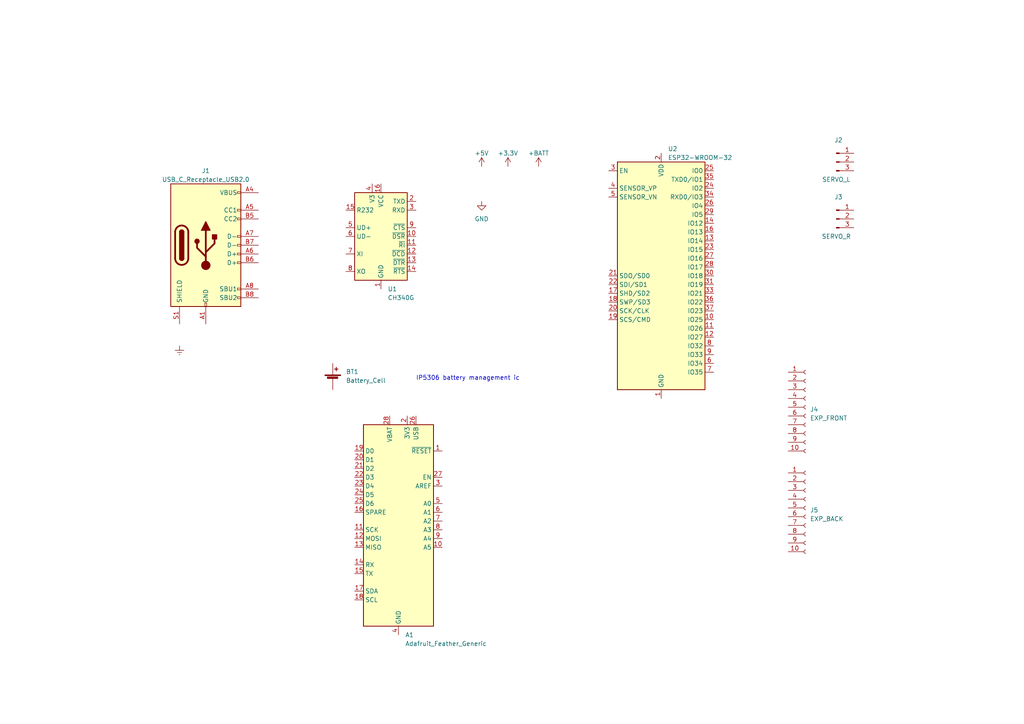
<source format=kicad_sch>
(kicad_sch (version 20230121) (generator eeschema)
  (paper "A4")
  (lib_symbols
    (symbol "Connector:Conn_01x03_Pin" (pin_names (offset 1.016) hide)
      (property "Reference" "J" (at 0 5.08 0))
      (property "Value" "Conn_01x03_Pin" (at 0 -5.08 0))
      (symbol "Conn_01x03_Pin_1_1"
        (polyline (pts (xy 1.27 -2.54) (xy 0.8636 -2.54)) (stroke (width 0.1524)))
        (polyline (pts (xy 1.27 0) (xy 0.8636 0)) (stroke (width 0.1524)))
        (polyline (pts (xy 1.27 2.54) (xy 0.8636 2.54)) (stroke (width 0.1524)))
        (rectangle (start 0.8636 -2.413) (end 0 -2.667) (stroke (width 0.1524)) (fill (type outline)))
        (rectangle (start 0.8636 0.127) (end 0 -0.127) (stroke (width 0.1524)) (fill (type outline)))
        (rectangle (start 0.8636 2.667) (end 0 2.413) (stroke (width 0.1524)) (fill (type outline)))
        (pin passive line (at 5.08 2.54 180) (length 3.81) (name "Pin_1") (number "1"))
        (pin passive line (at 5.08 0 180) (length 3.81) (name "Pin_2") (number "2"))
        (pin passive line (at 5.08 -2.54 180) (length 3.81) (name "Pin_3") (number "3"))
      )
    )
    (symbol "Connector:Conn_01x10_Socket" (pin_names (offset 1.016) hide)
      (property "Reference" "J" (at 0 12.7 0))
      (property "Value" "Conn_01x10_Socket" (at 0 -15.24 0))
      (symbol "Conn_01x10_Socket_1_1"
        (arc (start 0 -12.192) (mid -0.5058 -12.7) (end 0 -13.208) (stroke (width 0.1524)))
        (arc (start 0 -9.652) (mid -0.5058 -10.16) (end 0 -10.668) (stroke (width 0.1524)))
        (arc (start 0 -7.112) (mid -0.5058 -7.62) (end 0 -8.128) (stroke (width 0.1524)))
        (arc (start 0 -4.572) (mid -0.5058 -5.08) (end 0 -5.588) (stroke (width 0.1524)))
        (arc (start 0 -2.032) (mid -0.5058 -2.54) (end 0 -3.048) (stroke (width 0.1524)))
        (polyline (pts (xy -1.27 -12.7) (xy -0.508 -12.7)) (stroke (width 0.1524)))
        (polyline (pts (xy -1.27 -10.16) (xy -0.508 -10.16)) (stroke (width 0.1524)))
        (polyline (pts (xy -1.27 -7.62) (xy -0.508 -7.62)) (stroke (width 0.1524)))
        (polyline (pts (xy -1.27 -5.08) (xy -0.508 -5.08)) (stroke (width 0.1524)))
        (polyline (pts (xy -1.27 -2.54) (xy -0.508 -2.54)) (stroke (width 0.1524)))
        (polyline (pts (xy -1.27 0) (xy -0.508 0)) (stroke (width 0.1524)))
        (polyline (pts (xy -1.27 2.54) (xy -0.508 2.54)) (stroke (width 0.1524)))
        (polyline (pts (xy -1.27 5.08) (xy -0.508 5.08)) (stroke (width 0.1524)))
        (polyline (pts (xy -1.27 7.62) (xy -0.508 7.62)) (stroke (width 0.1524)))
        (polyline (pts (xy -1.27 10.16) (xy -0.508 10.16)) (stroke (width 0.1524)))
        (arc (start 0 0.508) (mid -0.5058 0) (end 0 -0.508) (stroke (width 0.1524)))
        (arc (start 0 3.048) (mid -0.5058 2.54) (end 0 2.032) (stroke (width 0.1524)))
        (arc (start 0 5.588) (mid -0.5058 5.08) (end 0 4.572) (stroke (width 0.1524)))
        (arc (start 0 8.128) (mid -0.5058 7.62) (end 0 7.112) (stroke (width 0.1524)))
        (arc (start 0 10.668) (mid -0.5058 10.16) (end 0 9.652) (stroke (width 0.1524)))
        (pin passive line (at -5.08 10.16 0) (length 3.81) (name "Pin_1") (number "1"))
        (pin passive line (at -5.08 -12.7 0) (length 3.81) (name "Pin_10") (number "10"))
        (pin passive line (at -5.08 7.62 0) (length 3.81) (name "Pin_2") (number "2"))
        (pin passive line (at -5.08 5.08 0) (length 3.81) (name "Pin_3") (number "3"))
        (pin passive line (at -5.08 2.54 0) (length 3.81) (name "Pin_4") (number "4"))
        (pin passive line (at -5.08 0 0) (length 3.81) (name "Pin_5") (number "5"))
        (pin passive line (at -5.08 -2.54 0) (length 3.81) (name "Pin_6") (number "6"))
        (pin passive line (at -5.08 -5.08 0) (length 3.81) (name "Pin_7") (number "7"))
        (pin passive line (at -5.08 -7.62 0) (length 3.81) (name "Pin_8") (number "8"))
        (pin passive line (at -5.08 -10.16 0) (length 3.81) (name "Pin_9") (number "9"))
      )
    )
    (symbol "Connector:USB_C_Receptacle_USB2.0" (pin_names (offset 1.016))
      (property "Reference" "J" (at -10.16 19.05 0))
      (property "Value" "USB_C_Receptacle_USB2.0" (at 19.05 19.05 0))
      (symbol "USB_C_Receptacle_USB2.0_0_0"
        (rectangle (start -0.254 -17.78) (end 0.254 -16.764))
        (rectangle (start 10.16 -14.986) (end 9.144 -15.494))
        (rectangle (start 10.16 -12.446) (end 9.144 -12.954))
        (rectangle (start 10.16 -4.826) (end 9.144 -5.334))
        (rectangle (start 10.16 -2.286) (end 9.144 -2.794))
        (rectangle (start 10.16 0.254) (end 9.144 -0.254))
        (rectangle (start 10.16 2.794) (end 9.144 2.286))
        (rectangle (start 10.16 7.874) (end 9.144 7.366))
        (rectangle (start 10.16 10.414) (end 9.144 9.906))
        (rectangle (start 10.16 15.494) (end 9.144 14.986))
      )
      (symbol "USB_C_Receptacle_USB2.0_0_1"
        (rectangle (start -10.16 17.78) (end 10.16 -17.78) (stroke (width 0.254)) (fill (type background)))
        (arc (start -8.89 -3.81) (mid -6.985 -5.7067) (end -5.08 -3.81) (stroke (width 0.508)))
        (arc (start -7.62 -3.81) (mid -6.985 -4.4423) (end -6.35 -3.81) (stroke (width 0.254)))
        (arc (start -7.62 -3.81) (mid -6.985 -4.4423) (end -6.35 -3.81) (stroke (width 0.254)) (fill (type outline)))
        (rectangle (start -7.62 -3.81) (end -6.35 3.81) (stroke (width 0.254)) (fill (type outline)))
        (arc (start -6.35 3.81) (mid -6.985 4.4423) (end -7.62 3.81) (stroke (width 0.254)))
        (arc (start -6.35 3.81) (mid -6.985 4.4423) (end -7.62 3.81) (stroke (width 0.254)) (fill (type outline)))
        (arc (start -5.08 3.81) (mid -6.985 5.7067) (end -8.89 3.81) (stroke (width 0.508)))
        (circle (center -2.54 1.143) (radius 0.635) (stroke (width 0.254)) (fill (type outline)))
        (circle (center 0 -5.842) (radius 1.27) (fill (type outline)))
        (polyline (pts (xy -8.89 -3.81) (xy -8.89 3.81)) (stroke (width 0.508)))
        (polyline (pts (xy -5.08 3.81) (xy -5.08 -3.81)) (stroke (width 0.508)))
        (polyline (pts (xy 0 -5.842) (xy 0 4.318)) (stroke (width 0.508)))
        (polyline (pts (xy 0 -3.302) (xy -2.54 -0.762) (xy -2.54 0.508)) (stroke (width 0.508)))
        (polyline (pts (xy 0 -2.032) (xy 2.54 0.508) (xy 2.54 1.778)) (stroke (width 0.508)))
        (polyline (pts (xy -1.27 4.318) (xy 0 6.858) (xy 1.27 4.318) (xy -1.27 4.318)) (stroke (width 0.254)) (fill (type outline)))
        (rectangle (start 1.905 1.778) (end 3.175 3.048) (stroke (width 0.254)) (fill (type outline)))
      )
      (symbol "USB_C_Receptacle_USB2.0_1_1"
        (pin passive line (at 0 -22.86 90) (length 5.08) (name "GND") (number "A1"))
        (pin passive line (at 0 -22.86 90) (length 5.08) hide (name "GND") (number "A12"))
        (pin passive line (at 15.24 15.24 180) (length 5.08) (name "VBUS") (number "A4"))
        (pin bidirectional line (at 15.24 10.16 180) (length 5.08) (name "CC1") (number "A5"))
        (pin bidirectional line (at 15.24 -2.54 180) (length 5.08) (name "D+") (number "A6"))
        (pin bidirectional line (at 15.24 2.54 180) (length 5.08) (name "D-") (number "A7"))
        (pin bidirectional line (at 15.24 -12.7 180) (length 5.08) (name "SBU1") (number "A8"))
        (pin passive line (at 15.24 15.24 180) (length 5.08) hide (name "VBUS") (number "A9"))
        (pin passive line (at 0 -22.86 90) (length 5.08) hide (name "GND") (number "B1"))
        (pin passive line (at 0 -22.86 90) (length 5.08) hide (name "GND") (number "B12"))
        (pin passive line (at 15.24 15.24 180) (length 5.08) hide (name "VBUS") (number "B4"))
        (pin bidirectional line (at 15.24 7.62 180) (length 5.08) (name "CC2") (number "B5"))
        (pin bidirectional line (at 15.24 -5.08 180) (length 5.08) (name "D+") (number "B6"))
        (pin bidirectional line (at 15.24 0 180) (length 5.08) (name "D-") (number "B7"))
        (pin bidirectional line (at 15.24 -15.24 180) (length 5.08) (name "SBU2") (number "B8"))
        (pin passive line (at 15.24 15.24 180) (length 5.08) hide (name "VBUS") (number "B9"))
        (pin passive line (at -7.62 -22.86 90) (length 5.08) (name "SHIELD") (number "S1"))
      )
    )
    (symbol "Device:Battery_Cell" (pin_numbers hide) (pin_names (offset 0) hide)
      (property "Reference" "BT" (at 2.54 2.54 0))
      (property "Value" "Battery_Cell" (at 2.54 0 0))
      (symbol "Battery_Cell_0_1"
        (rectangle (start -2.286 1.778) (end 2.286 1.524) (fill (type outline)))
        (rectangle (start -1.5748 1.1938) (end 1.4732 0.6858) (fill (type outline)))
        (polyline (pts (xy 0 0.762) (xy 0 0)))
        (polyline (pts (xy 0 1.778) (xy 0 2.54)))
        (polyline (pts (xy 0.508 3.429) (xy 1.524 3.429)) (stroke (width 0.254)))
        (polyline (pts (xy 1.016 3.937) (xy 1.016 2.921)) (stroke (width 0.254)))
      )
      (symbol "Battery_Cell_1_1"
        (pin passive line (at 0 5.08 270) (length 2.54) (name "+") (number "1"))
        (pin passive line (at 0 -2.54 90) (length 2.54) (name "-") (number "2"))
      )
    )
    (symbol "Interface_USB:CH340G"
      (property "Reference" "U" (at -5.08 13.97 0))
      (property "Value" "CH340G" (at 1.27 13.97 0))
      (symbol "CH340G_0_1"
        (rectangle (start -7.62 12.7) (end 7.62 -12.7) (stroke (width 0.254)) (fill (type background)))
      )
      (symbol "CH340G_1_1"
        (pin power_in line (at 0 -15.24 90) (length 2.54) (name "GND") (number "1"))
        (pin input line (at 10.16 0 180) (length 2.54) (name "~{DSR}") (number "10"))
        (pin input line (at 10.16 -2.54 180) (length 2.54) (name "~{RI}") (number "11"))
        (pin input line (at 10.16 -5.08 180) (length 2.54) (name "~{DCD}") (number "12"))
        (pin output line (at 10.16 -7.62 180) (length 2.54) (name "~{DTR}") (number "13"))
        (pin output line (at 10.16 -10.16 180) (length 2.54) (name "~{RTS}") (number "14"))
        (pin input line (at -10.16 7.62 0) (length 2.54) (name "R232") (number "15"))
        (pin power_in line (at 0 15.24 270) (length 2.54) (name "VCC") (number "16"))
        (pin output line (at 10.16 10.16 180) (length 2.54) (name "TXD") (number "2"))
        (pin input line (at 10.16 7.62 180) (length 2.54) (name "RXD") (number "3"))
        (pin passive line (at -2.54 15.24 270) (length 2.54) (name "V3") (number "4"))
        (pin bidirectional line (at -10.16 2.54 0) (length 2.54) (name "UD+") (number "5"))
        (pin bidirectional line (at -10.16 0 0) (length 2.54) (name "UD-") (number "6"))
        (pin input line (at -10.16 -5.08 0) (length 2.54) (name "XI") (number "7"))
        (pin output line (at -10.16 -10.16 0) (length 2.54) (name "XO") (number "8"))
        (pin input line (at 10.16 2.54 180) (length 2.54) (name "~{CTS}") (number "9"))
      )
    )
    (symbol "MCU_Module:Adafruit_Feather_Generic"
      (property "Reference" "A" (at -10.16 29.21 0))
      (property "Value" "Adafruit_Feather_Generic" (at 2.54 -31.75 0))
      (symbol "Adafruit_Feather_Generic_0_1"
        (rectangle (start -10.16 27.94) (end 10.16 -30.48) (stroke (width 0.254)) (fill (type background)))
      )
      (symbol "Adafruit_Feather_Generic_1_1"
        (pin input line (at 12.7 20.32 180) (length 2.54) (name "~{RESET}") (number "1"))
        (pin bidirectional line (at 12.7 -7.62 180) (length 2.54) (name "A5") (number "10"))
        (pin bidirectional line (at -12.7 -2.54 0) (length 2.54) (name "SCK") (number "11"))
        (pin bidirectional line (at -12.7 -5.08 0) (length 2.54) (name "MOSI") (number "12"))
        (pin bidirectional line (at -12.7 -7.62 0) (length 2.54) (name "MISO") (number "13"))
        (pin bidirectional line (at -12.7 -12.7 0) (length 2.54) (name "RX") (number "14"))
        (pin bidirectional line (at -12.7 -15.24 0) (length 2.54) (name "TX") (number "15"))
        (pin bidirectional line (at -12.7 2.54 0) (length 2.54) (name "SPARE") (number "16"))
        (pin bidirectional line (at -12.7 -20.32 0) (length 2.54) (name "SDA") (number "17"))
        (pin bidirectional line (at -12.7 -22.86 0) (length 2.54) (name "SCL") (number "18"))
        (pin bidirectional line (at -12.7 20.32 0) (length 2.54) (name "D0") (number "19"))
        (pin power_in line (at 2.54 30.48 270) (length 2.54) (name "3V3") (number "2"))
        (pin bidirectional line (at -12.7 17.78 0) (length 2.54) (name "D1") (number "20"))
        (pin bidirectional line (at -12.7 15.24 0) (length 2.54) (name "D2") (number "21"))
        (pin bidirectional line (at -12.7 12.7 0) (length 2.54) (name "D3") (number "22"))
        (pin bidirectional line (at -12.7 10.16 0) (length 2.54) (name "D4") (number "23"))
        (pin bidirectional line (at -12.7 7.62 0) (length 2.54) (name "D5") (number "24"))
        (pin bidirectional line (at -12.7 5.08 0) (length 2.54) (name "D6") (number "25"))
        (pin power_in line (at 5.08 30.48 270) (length 2.54) (name "USB") (number "26"))
        (pin input line (at 12.7 12.7 180) (length 2.54) (name "EN") (number "27"))
        (pin power_in line (at -2.54 30.48 270) (length 2.54) (name "VBAT") (number "28"))
        (pin input line (at 12.7 10.16 180) (length 2.54) (name "AREF") (number "3"))
        (pin power_in line (at 0 -33.02 90) (length 2.54) (name "GND") (number "4"))
        (pin bidirectional line (at 12.7 5.08 180) (length 2.54) (name "A0") (number "5"))
        (pin bidirectional line (at 12.7 2.54 180) (length 2.54) (name "A1") (number "6"))
        (pin bidirectional line (at 12.7 0 180) (length 2.54) (name "A2") (number "7"))
        (pin bidirectional line (at 12.7 -2.54 180) (length 2.54) (name "A3") (number "8"))
        (pin bidirectional line (at 12.7 -5.08 180) (length 2.54) (name "A4") (number "9"))
      )
    )
    (symbol "RF_Module:ESP32-WROOM-32"
      (property "Reference" "U" (at -12.7 34.29 0))
      (property "Value" "ESP32-WROOM-32" (at 1.27 34.29 0))
      (symbol "ESP32-WROOM-32_0_1"
        (rectangle (start -12.7 33.02) (end 12.7 -33.02) (stroke (width 0.254)) (fill (type background)))
      )
      (symbol "ESP32-WROOM-32_1_1"
        (pin power_in line (at 0 -35.56 90) (length 2.54) (name "GND") (number "1"))
        (pin bidirectional line (at 15.24 -12.7 180) (length 2.54) (name "IO25") (number "10"))
        (pin bidirectional line (at 15.24 -15.24 180) (length 2.54) (name "IO26") (number "11"))
        (pin bidirectional line (at 15.24 -17.78 180) (length 2.54) (name "IO27") (number "12"))
        (pin bidirectional line (at 15.24 10.16 180) (length 2.54) (name "IO14") (number "13"))
        (pin bidirectional line (at 15.24 15.24 180) (length 2.54) (name "IO12") (number "14"))
        (pin passive line (at 0 -35.56 90) (length 2.54) hide (name "GND") (number "15"))
        (pin bidirectional line (at 15.24 12.7 180) (length 2.54) (name "IO13") (number "16"))
        (pin bidirectional line (at -15.24 -5.08 0) (length 2.54) (name "SHD/SD2") (number "17"))
        (pin bidirectional line (at -15.24 -7.62 0) (length 2.54) (name "SWP/SD3") (number "18"))
        (pin bidirectional line (at -15.24 -12.7 0) (length 2.54) (name "SCS/CMD") (number "19"))
        (pin power_in line (at 0 35.56 270) (length 2.54) (name "VDD") (number "2"))
        (pin bidirectional line (at -15.24 -10.16 0) (length 2.54) (name "SCK/CLK") (number "20"))
        (pin bidirectional line (at -15.24 0 0) (length 2.54) (name "SDO/SD0") (number "21"))
        (pin bidirectional line (at -15.24 -2.54 0) (length 2.54) (name "SDI/SD1") (number "22"))
        (pin bidirectional line (at 15.24 7.62 180) (length 2.54) (name "IO15") (number "23"))
        (pin bidirectional line (at 15.24 25.4 180) (length 2.54) (name "IO2") (number "24"))
        (pin bidirectional line (at 15.24 30.48 180) (length 2.54) (name "IO0") (number "25"))
        (pin bidirectional line (at 15.24 20.32 180) (length 2.54) (name "IO4") (number "26"))
        (pin bidirectional line (at 15.24 5.08 180) (length 2.54) (name "IO16") (number "27"))
        (pin bidirectional line (at 15.24 2.54 180) (length 2.54) (name "IO17") (number "28"))
        (pin bidirectional line (at 15.24 17.78 180) (length 2.54) (name "IO5") (number "29"))
        (pin input line (at -15.24 30.48 0) (length 2.54) (name "EN") (number "3"))
        (pin bidirectional line (at 15.24 0 180) (length 2.54) (name "IO18") (number "30"))
        (pin bidirectional line (at 15.24 -2.54 180) (length 2.54) (name "IO19") (number "31"))
        (pin no_connect line (at -12.7 -27.94 0) (length 2.54) hide (name "NC") (number "32"))
        (pin bidirectional line (at 15.24 -5.08 180) (length 2.54) (name "IO21") (number "33"))
        (pin bidirectional line (at 15.24 22.86 180) (length 2.54) (name "RXD0/IO3") (number "34"))
        (pin bidirectional line (at 15.24 27.94 180) (length 2.54) (name "TXD0/IO1") (number "35"))
        (pin bidirectional line (at 15.24 -7.62 180) (length 2.54) (name "IO22") (number "36"))
        (pin bidirectional line (at 15.24 -10.16 180) (length 2.54) (name "IO23") (number "37"))
        (pin passive line (at 0 -35.56 90) (length 2.54) hide (name "GND") (number "38"))
        (pin passive line (at 0 -35.56 90) (length 2.54) hide (name "GND") (number "39"))
        (pin input line (at -15.24 25.4 0) (length 2.54) (name "SENSOR_VP") (number "4"))
        (pin input line (at -15.24 22.86 0) (length 2.54) (name "SENSOR_VN") (number "5"))
        (pin input line (at 15.24 -25.4 180) (length 2.54) (name "IO34") (number "6"))
        (pin input line (at 15.24 -27.94 180) (length 2.54) (name "IO35") (number "7"))
        (pin bidirectional line (at 15.24 -20.32 180) (length 2.54) (name "IO32") (number "8"))
        (pin bidirectional line (at 15.24 -22.86 180) (length 2.54) (name "IO33") (number "9"))
      )
    )
    (symbol "power:+3.3V" (power) (pin_names (offset 0))
      (property "Value" "+3.3V" (at 0 3.556 0))
      (symbol "+3.3V_0_1"
        (polyline (pts (xy -0.762 1.27) (xy 0 2.54)))
        (polyline (pts (xy 0 0) (xy 0 2.54)))
        (polyline (pts (xy 0 2.54) (xy 0.762 1.27)))
      )
      (symbol "+3.3V_1_1"
        (pin power_in line (at 0 0 90) (length 0) hide (name "+3.3V") (number "1"))
      )
    )
    (symbol "power:+5V" (power) (pin_names (offset 0))
      (property "Value" "+5V" (at 0 3.556 0))
      (symbol "+5V_0_1"
        (polyline (pts (xy -0.762 1.27) (xy 0 2.54)))
        (polyline (pts (xy 0 0) (xy 0 2.54)))
        (polyline (pts (xy 0 2.54) (xy 0.762 1.27)))
      )
      (symbol "+5V_1_1"
        (pin power_in line (at 0 0 90) (length 0) hide (name "+5V") (number "1"))
      )
    )
    (symbol "power:+BATT" (power) (pin_names (offset 0))
      (property "Value" "+BATT" (at 0 3.556 0))
      (symbol "+BATT_0_1"
        (polyline (pts (xy -0.762 1.27) (xy 0 2.54)))
        (polyline (pts (xy 0 0) (xy 0 2.54)))
        (polyline (pts (xy 0 2.54) (xy 0.762 1.27)))
      )
      (symbol "+BATT_1_1"
        (pin power_in line (at 0 0 90) (length 0) hide (name "+BATT") (number "1"))
      )
    )
    (symbol "power:Earth" (power) (pin_names (offset 0))
      (symbol "Earth_0_1"
        (polyline (pts (xy -0.635 -1.905) (xy 0.635 -1.905)))
        (polyline (pts (xy -0.127 -2.54) (xy 0.127 -2.54)))
        (polyline (pts (xy 0 -1.27) (xy 0 0)))
        (polyline (pts (xy 1.27 -1.27) (xy -1.27 -1.27)))
      )
      (symbol "Earth_1_1"
        (pin power_in line (at 0 0 270) (length 0) hide (name "Earth") (number "1"))
      )
    )
    (symbol "power:GND" (power) (pin_names (offset 0))
      (property "Value" "GND" (at 0 -3.81 0))
      (symbol "GND_0_1"
        (polyline (pts (xy 0 0) (xy 0 -1.27) (xy 1.27 -1.27) (xy 0 -2.54) (xy -1.27 -1.27) (xy 0 -1.27)))
      )
      (symbol "GND_1_1"
        (pin power_in line (at 0 0 270) (length 0) hide (name "GND") (number "1"))
      )
    )
  )
  (text "IP5306 battery management ic" (at 120.65 110.49 0) (effects (font (size 1.27 1.27)) (justify left bottom)))
  (symbol (lib_id "Device:Battery_Cell") (at 96.52 110.49 0) (unit 1)
    (property "Reference" "BT1" (at 100.33 107.823 0) (effects (justify left)))
    (property "Value" "Battery_Cell" (at 100.33 110.363 0) (effects (justify left)))
    (property "Footprint" "Battery:BatteryHolder_MPD_BH-18650-PC2" (effects hide))
  )
  (symbol (lib_id "power:+BATT") (at 156.21 48.26 0) (unit 1)
    (property "Reference" "#PWR03" (effects hide))
    (property "Value" "+BATT" (at 156.21 44.45 0))
  )
  (symbol (lib_id "power:+5V") (at 139.7 48.26 0) (unit 1)
    (property "Reference" "#PWR01" (effects hide))
    (property "Value" "+5V" (at 139.7 44.45 0))
  )
  (symbol (lib_id "power:GND") (at 139.7 58.42 0) (unit 1)
    (property "Reference" "#PWR04" (effects hide))
    (property "Value" "GND" (at 139.7 63.5 0))
  )
  (symbol (lib_id "RF_Module:ESP32-WROOM-32") (at 191.77 80.01 0) (unit 1)
    (property "Reference" "U2" (at 193.7259 43.18 0) (effects (justify left)))
    (property "Value" "ESP32-WROOM-32" (at 193.7259 45.72 0) (effects (justify left)))
    (property "Footprint" "RF_Module:ESP32-WROOM-32" (effects hide))
    (property "Datasheet" "https://www.espressif.com/sites/default/files/documentation/esp32-wroom-32_datasheet_en.pdf" (effects hide))
  )
  (symbol (lib_id "Connector:Conn_01x10_Socket") (at 233.68 147.32 0) (unit 1)
    (property "Reference" "J5" (at 234.95 147.955 0) (effects (justify left)))
    (property "Value" "EXP_BACK" (at 234.95 150.495 0) (effects (justify left)))
    (property "Footprint" "Connector_PinSocket_2.54mm:PinSocket_1x10_P2.54mm_Horizontal" (effects hide))
  )
  (symbol (lib_id "Connector:Conn_01x10_Socket") (at 233.68 118.11 0) (unit 1)
    (property "Reference" "J4" (at 234.95 118.745 0) (effects (justify left)))
    (property "Value" "EXP_FRONT" (at 234.95 121.285 0) (effects (justify left)))
    (property "Footprint" "Connector_PinSocket_2.54mm:PinSocket_1x10_P2.54mm_Horizontal" (effects hide))
  )
  (symbol (lib_id "MCU_Module:Adafruit_Feather_Generic") (at 115.57 151.13 0) (unit 1)
    (property "Reference" "A1" (at 117.5259 184.15 0) (effects (justify left)))
    (property "Value" "Adafruit_Feather_Generic" (at 117.5259 186.69 0) (effects (justify left)))
    (property "Footprint" "Module:Adafruit_Feather" (effects hide))
    (property "Datasheet" "https://cdn-learn.adafruit.com/downloads/pdf/adafruit-feather.pdf" (effects hide))
  )
  (symbol (lib_id "Connector:Conn_01x03_Pin") (at 242.57 63.5 0) (unit 1)
    (property "Reference" "J3" (at 243.205 57.15 0))
    (property "Value" "SERVO_R" (at 242.57 68.58 0))
    (property "Footprint" "Connector_PinHeader_2.54mm:PinHeader_1x03_P2.54mm_Horizontal" (effects hide))
  )
  (symbol (lib_id "power:Earth") (at 52.07 100.33 0) (unit 1)
    (property "Reference" "#PWR05" (effects hide))
    (property "Value" "Earth" (effects hide))
  )
  (symbol (lib_id "Connector:Conn_01x03_Pin") (at 242.57 46.99 0) (unit 1)
    (property "Reference" "J2" (at 243.205 40.64 0))
    (property "Value" "SERVO_L" (at 242.57 52.07 0))
    (property "Footprint" "Connector_PinHeader_2.54mm:PinHeader_1x03_P2.54mm_Horizontal" (effects hide))
  )
  (symbol (lib_id "Interface_USB:CH340G") (at 110.49 68.58 0) (unit 1)
    (property "Reference" "U1" (at 112.4459 83.82 0) (effects (justify left)))
    (property "Value" "CH340G" (at 112.4459 86.36 0) (effects (justify left)))
    (property "Footprint" "Package_SO:SOIC-16_3.9x9.9mm_P1.27mm" (effects hide))
    (property "Datasheet" "http://www.datasheet5.com/pdf-local-2195953" (effects hide))
    (property "JLC" "https://jlcpcb.com/partdetail/wch_jiangsu_Qin_heng-CH340G/C14267" (effects hide))
  )
  (symbol (lib_id "Connector:USB_C_Receptacle_USB2.0") (at 59.69 71.12 0) (unit 1)
    (property "Reference" "J1" (at 59.69 49.53 0))
    (property "Value" "USB_C_Receptacle_USB2.0" (at 59.69 52.07 0))
    (property "Footprint" "Connector_USB:USB_C_Receptacle_HRO_TYPE-C-31-M-12" (effects hide))
    (property "Datasheet" "https://www.usb.org/sites/default/files/documents/usb_type-c.zip" (effects hide))
    (property "JLC" "https://jlcpcb.com/partdetail/ShouHan-TYPE_C_16P_073/C668624" (effects hide))
  )
  (symbol (lib_id "power:+3.3V") (at 147.32 48.26 0) (unit 1)
    (property "Reference" "#PWR02" (effects hide))
    (property "Value" "+3.3V" (at 147.32 44.45 0))
  )
)
</source>
